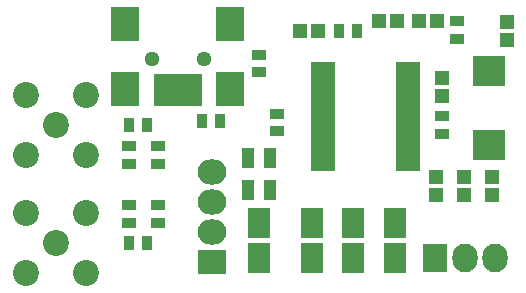
<source format=gts>
G04 #@! TF.FileFunction,Soldermask,Top*
%FSLAX46Y46*%
G04 Gerber Fmt 4.6, Leading zero omitted, Abs format (unit mm)*
G04 Created by KiCad (PCBNEW 4.0.2-stable) date Tue Mar  8 23:30:59 2016*
%MOMM*%
G01*
G04 APERTURE LIST*
%ADD10C,0.100000*%
%ADD11R,1.200000X1.150000*%
%ADD12R,1.150000X1.200000*%
%ADD13R,0.900380X2.701240*%
%ADD14R,2.398980X2.899360*%
%ADD15C,1.299160*%
%ADD16R,2.432000X2.127200*%
%ADD17O,2.432000X2.127200*%
%ADD18R,2.127200X2.432000*%
%ADD19O,2.127200X2.432000*%
%ADD20R,1.300000X0.900000*%
%ADD21R,0.900000X1.300000*%
%ADD22C,2.200000*%
%ADD23R,2.150000X0.850000*%
%ADD24R,2.800300X2.599640*%
%ADD25R,1.100000X1.700000*%
%ADD26R,1.901140X2.548840*%
%ADD27R,1.197560X1.197560*%
G04 APERTURE END LIST*
D10*
D11*
X144250000Y-109250000D03*
X142750000Y-109250000D03*
D12*
X156600000Y-123150000D03*
X156600000Y-121650000D03*
X154250000Y-123150000D03*
X154250000Y-121650000D03*
D11*
X150950000Y-108400000D03*
X149450000Y-108400000D03*
D12*
X154750000Y-113250000D03*
X154750000Y-114750000D03*
X160250000Y-108500000D03*
X160250000Y-110000000D03*
X159000000Y-123150000D03*
X159000000Y-121650000D03*
D13*
X134000200Y-114249320D03*
X133200100Y-114249320D03*
X132400000Y-114249320D03*
X131599900Y-114249320D03*
X130799800Y-114249320D03*
D14*
X136850080Y-114150260D03*
X136850080Y-108651160D03*
X127949920Y-114150260D03*
X127949920Y-108651160D03*
D15*
X134599640Y-111650900D03*
X130200360Y-111650900D03*
D16*
X135250000Y-128830000D03*
D17*
X135250000Y-126290000D03*
X135250000Y-123750000D03*
X135250000Y-121210000D03*
D18*
X154160000Y-128500000D03*
D19*
X156700000Y-128500000D03*
X159240000Y-128500000D03*
D20*
X128250000Y-119000000D03*
X128250000Y-120500000D03*
X128250000Y-125500000D03*
X128250000Y-124000000D03*
D21*
X129750000Y-117250000D03*
X128250000Y-117250000D03*
X129750000Y-127250000D03*
X128250000Y-127250000D03*
D20*
X130750000Y-119000000D03*
X130750000Y-120500000D03*
X130750000Y-125500000D03*
X130750000Y-124000000D03*
D21*
X147550000Y-109250000D03*
X146050000Y-109250000D03*
D20*
X140750000Y-116250000D03*
X140750000Y-117750000D03*
X139250000Y-111250000D03*
X139250000Y-112750000D03*
D21*
X135950000Y-116900000D03*
X134450000Y-116900000D03*
D20*
X154800000Y-117950000D03*
X154800000Y-116450000D03*
D22*
X122040000Y-117210000D03*
X119500000Y-119750000D03*
X119500000Y-114670000D03*
X124580000Y-114670000D03*
X124580000Y-119750000D03*
X122040000Y-127210000D03*
X119500000Y-129750000D03*
X119500000Y-124670000D03*
X124580000Y-124670000D03*
X124580000Y-129750000D03*
D23*
X144650000Y-112275000D03*
X144650000Y-112925000D03*
X144650000Y-113575000D03*
X144650000Y-114225000D03*
X144650000Y-114875000D03*
X144650000Y-115525000D03*
X144650000Y-116175000D03*
X144650000Y-116825000D03*
X144650000Y-117475000D03*
X144650000Y-118125000D03*
X144650000Y-118775000D03*
X144650000Y-119425000D03*
X144650000Y-120075000D03*
X144650000Y-120725000D03*
X151850000Y-120725000D03*
X151850000Y-120075000D03*
X151850000Y-119425000D03*
X151850000Y-118775000D03*
X151850000Y-118125000D03*
X151850000Y-117475000D03*
X151850000Y-116825000D03*
X151850000Y-116175000D03*
X151850000Y-115525000D03*
X151850000Y-114875000D03*
X151850000Y-114225000D03*
X151850000Y-113575000D03*
X151850000Y-112925000D03*
X151850000Y-112275000D03*
D24*
X158700000Y-112650400D03*
X158700000Y-118949600D03*
D25*
X140200000Y-120000000D03*
X138300000Y-120000000D03*
X140200000Y-122750000D03*
X138300000Y-122750000D03*
D26*
X143750000Y-128500000D03*
X143750000Y-125497720D03*
X139250000Y-125500000D03*
X139250000Y-128502280D03*
X147250000Y-128502280D03*
X147250000Y-125500000D03*
X150750000Y-128502280D03*
X150750000Y-125500000D03*
D27*
X152850700Y-108400000D03*
X154349300Y-108400000D03*
D20*
X156000000Y-109950000D03*
X156000000Y-108450000D03*
M02*

</source>
